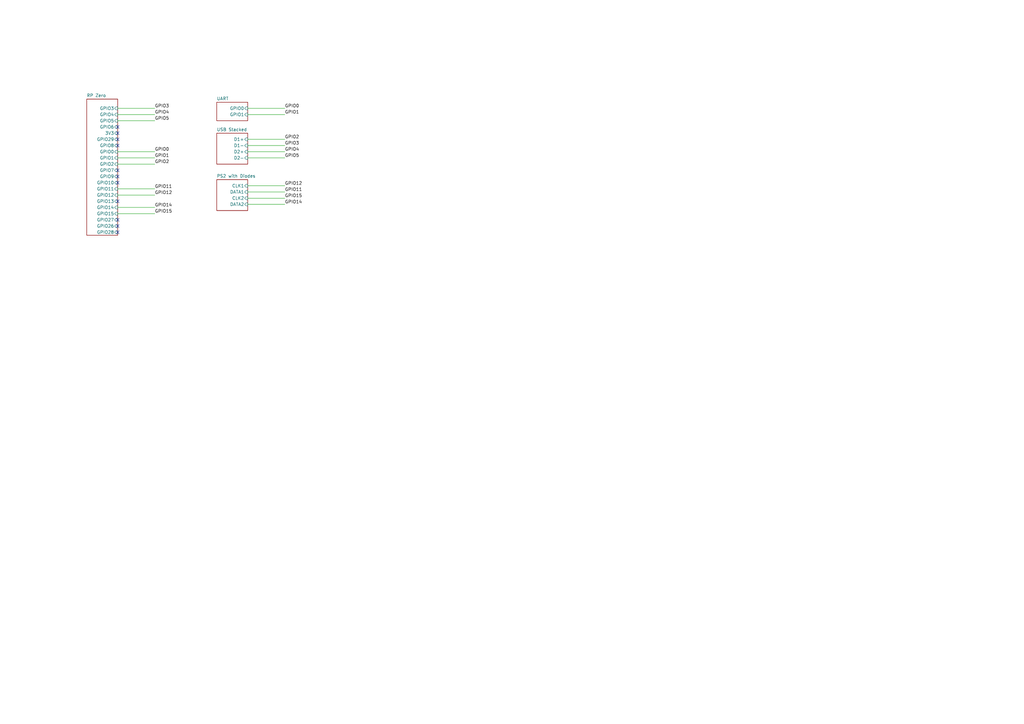
<source format=kicad_sch>
(kicad_sch
	(version 20250114)
	(generator "eeschema")
	(generator_version "9.0")
	(uuid "8c0b3d8b-46d3-4173-ab1e-a61765f77d61")
	(paper "A3")
	(title_block
		(title "USB to PS/2 Adapter")
		(date "2025-02-19")
		(rev "1.1")
		(company "Mikhail Matveev")
		(comment 1 "https://github.com/xtremespb/frank")
	)
	(lib_symbols)
	(no_connect
		(at 48.26 82.55)
		(uuid "0651269f-62f8-44bb-b530-2c3a8f9e4d9b")
	)
	(no_connect
		(at 48.26 59.69)
		(uuid "7d27bd52-8e42-4785-b24c-8b1c830fae77")
	)
	(no_connect
		(at 48.26 95.25)
		(uuid "86a9acc2-06aa-4b65-be00-04bdbda8d12a")
	)
	(no_connect
		(at 48.26 54.61)
		(uuid "94c8f5e1-efad-4164-8648-c40db6bb2278")
	)
	(no_connect
		(at 48.26 57.15)
		(uuid "a722b321-343d-461c-98d4-03892712adca")
	)
	(no_connect
		(at 48.26 92.71)
		(uuid "aea86136-9ec3-4daa-9422-5e2e027d3186")
	)
	(no_connect
		(at 48.26 72.39)
		(uuid "b0314a9b-2c2e-4647-9620-cce2813a032a")
	)
	(no_connect
		(at 48.26 90.17)
		(uuid "b4a672d8-02cd-4bc8-9d45-3d4c88ed9c42")
	)
	(no_connect
		(at 48.26 69.85)
		(uuid "cde617f4-4950-4222-b807-69e9b8c5211f")
	)
	(no_connect
		(at 48.26 52.07)
		(uuid "d221730d-05ab-4462-b779-3958afcab214")
	)
	(no_connect
		(at 48.26 74.93)
		(uuid "f578b634-7a84-4ffd-9892-a3cbe8f79dac")
	)
	(wire
		(pts
			(xy 101.6 78.74) (xy 116.84 78.74)
		)
		(stroke
			(width 0)
			(type default)
		)
		(uuid "0a5292b5-756a-4882-a140-330e45d80d86")
	)
	(wire
		(pts
			(xy 101.6 59.69) (xy 116.84 59.69)
		)
		(stroke
			(width 0)
			(type default)
		)
		(uuid "18d66dd7-1a75-44bf-a0d4-a6c69f52e986")
	)
	(wire
		(pts
			(xy 101.6 62.23) (xy 116.84 62.23)
		)
		(stroke
			(width 0)
			(type default)
		)
		(uuid "1ac4c54e-2956-414e-bc6d-2eb5f2e584d4")
	)
	(wire
		(pts
			(xy 101.6 81.28) (xy 116.84 81.28)
		)
		(stroke
			(width 0)
			(type default)
		)
		(uuid "39adc673-d38d-414f-ac28-f0baedfc329f")
	)
	(wire
		(pts
			(xy 48.26 44.45) (xy 63.5 44.45)
		)
		(stroke
			(width 0)
			(type default)
		)
		(uuid "3f16bcdc-8886-45fd-8f49-c7c6f7d979d4")
	)
	(wire
		(pts
			(xy 48.26 87.63) (xy 63.5 87.63)
		)
		(stroke
			(width 0)
			(type default)
		)
		(uuid "6e5b9285-f0f8-4637-9d3e-604bd583bf15")
	)
	(wire
		(pts
			(xy 48.26 80.01) (xy 63.5 80.01)
		)
		(stroke
			(width 0)
			(type default)
		)
		(uuid "7671cec5-5716-4b23-b0f0-d1104249e3d1")
	)
	(wire
		(pts
			(xy 48.26 67.31) (xy 63.5 67.31)
		)
		(stroke
			(width 0)
			(type default)
		)
		(uuid "82ff0fd1-e48e-4bd3-bda3-499fdc2b864f")
	)
	(wire
		(pts
			(xy 101.6 76.2) (xy 116.84 76.2)
		)
		(stroke
			(width 0)
			(type default)
		)
		(uuid "86e243de-cb58-40fa-888c-e9caff3777a2")
	)
	(wire
		(pts
			(xy 101.6 83.82) (xy 116.84 83.82)
		)
		(stroke
			(width 0)
			(type default)
		)
		(uuid "a563c378-cade-4b2a-9f89-f0ca6a6bf188")
	)
	(wire
		(pts
			(xy 48.26 49.53) (xy 63.5 49.53)
		)
		(stroke
			(width 0)
			(type default)
		)
		(uuid "a9f7113f-14b8-491c-acec-761bc1b774ed")
	)
	(wire
		(pts
			(xy 48.26 64.77) (xy 63.5 64.77)
		)
		(stroke
			(width 0)
			(type default)
		)
		(uuid "aaa8f782-8bdb-4124-85a8-e773b69f659b")
	)
	(wire
		(pts
			(xy 101.6 46.99) (xy 116.84 46.99)
		)
		(stroke
			(width 0)
			(type default)
		)
		(uuid "b5631ada-0751-4509-8666-565f5235c4ae")
	)
	(wire
		(pts
			(xy 48.26 85.09) (xy 63.5 85.09)
		)
		(stroke
			(width 0)
			(type default)
		)
		(uuid "d281c4d2-b193-461e-b655-53ed80ca45b1")
	)
	(wire
		(pts
			(xy 48.26 62.23) (xy 63.5 62.23)
		)
		(stroke
			(width 0)
			(type default)
		)
		(uuid "e502fb78-8aa2-4d08-9b9f-bde9b7fe1b8c")
	)
	(wire
		(pts
			(xy 48.26 77.47) (xy 63.5 77.47)
		)
		(stroke
			(width 0)
			(type default)
		)
		(uuid "f7728d1e-77fe-4eb2-aa8e-ebce13a08d80")
	)
	(wire
		(pts
			(xy 101.6 57.15) (xy 116.84 57.15)
		)
		(stroke
			(width 0)
			(type default)
		)
		(uuid "f9bbf04d-bd35-4313-92b7-5790aea4429a")
	)
	(wire
		(pts
			(xy 101.6 44.45) (xy 116.84 44.45)
		)
		(stroke
			(width 0)
			(type default)
		)
		(uuid "f9c37ca9-de52-481f-8dc2-90ad1c1ec9ea")
	)
	(wire
		(pts
			(xy 101.6 64.77) (xy 116.84 64.77)
		)
		(stroke
			(width 0)
			(type default)
		)
		(uuid "fdd0b5db-11f0-4ea2-9791-311c75956281")
	)
	(wire
		(pts
			(xy 48.26 46.99) (xy 63.5 46.99)
		)
		(stroke
			(width 0)
			(type default)
		)
		(uuid "ff9a4d11-57d5-4aee-9b96-58c9932616c1")
	)
	(label "GPIO15"
		(at 116.84 81.28 0)
		(effects
			(font
				(size 1.27 1.27)
			)
			(justify left bottom)
		)
		(uuid "090d94db-55b2-4b25-ad00-dfdc4fc5e1c8")
	)
	(label "GPIO3"
		(at 116.84 59.69 0)
		(effects
			(font
				(size 1.27 1.27)
			)
			(justify left bottom)
		)
		(uuid "12c5ec2f-b257-433d-83eb-7cd21842b63b")
	)
	(label "GPIO1"
		(at 63.5 64.77 0)
		(effects
			(font
				(size 1.27 1.27)
			)
			(justify left bottom)
		)
		(uuid "2a65f2c2-8546-4d6f-867e-56b317f9b63e")
	)
	(label "GPIO12"
		(at 116.84 76.2 0)
		(effects
			(font
				(size 1.27 1.27)
			)
			(justify left bottom)
		)
		(uuid "2c5799d3-b9d0-4f56-941c-6f5daf48d4d4")
	)
	(label "GPIO11"
		(at 63.5 77.47 0)
		(effects
			(font
				(size 1.27 1.27)
			)
			(justify left bottom)
		)
		(uuid "309090ed-c02a-4de8-9a31-7906ebe8163d")
	)
	(label "GPIO2"
		(at 63.5 67.31 0)
		(effects
			(font
				(size 1.27 1.27)
			)
			(justify left bottom)
		)
		(uuid "3c25d49b-6f05-4712-a8fe-f9f91c6edfcc")
	)
	(label "GPIO14"
		(at 63.5 85.09 0)
		(effects
			(font
				(size 1.27 1.27)
			)
			(justify left bottom)
		)
		(uuid "58bff5d9-c901-4eb3-b2bb-2fa07241a187")
	)
	(label "GPIO14"
		(at 116.84 83.82 0)
		(effects
			(font
				(size 1.27 1.27)
			)
			(justify left bottom)
		)
		(uuid "67508793-4ff2-4fcc-9dad-731a7eed21e5")
	)
	(label "GPIO3"
		(at 63.5 44.45 0)
		(effects
			(font
				(size 1.27 1.27)
			)
			(justify left bottom)
		)
		(uuid "700f6cf1-434f-474f-9920-ea506a4080e4")
	)
	(label "GPIO0"
		(at 63.5 62.23 0)
		(effects
			(font
				(size 1.27 1.27)
			)
			(justify left bottom)
		)
		(uuid "93817c1a-6086-4ecc-87ca-585ad8c04da8")
	)
	(label "GPIO4"
		(at 116.84 62.23 0)
		(effects
			(font
				(size 1.27 1.27)
			)
			(justify left bottom)
		)
		(uuid "a704c8da-add1-4fa9-81eb-df90613cac89")
	)
	(label "GPIO15"
		(at 63.5 87.63 0)
		(effects
			(font
				(size 1.27 1.27)
			)
			(justify left bottom)
		)
		(uuid "b2705885-78e8-4cda-b726-8186560b510f")
	)
	(label "GPIO1"
		(at 116.84 46.99 0)
		(effects
			(font
				(size 1.27 1.27)
			)
			(justify left bottom)
		)
		(uuid "b3426204-7432-40e3-a533-7fae157356ac")
	)
	(label "GPIO5"
		(at 63.5 49.53 0)
		(effects
			(font
				(size 1.27 1.27)
			)
			(justify left bottom)
		)
		(uuid "cbbf8fdb-1ef9-4d9c-951e-d6dac32b7803")
	)
	(label "GPIO4"
		(at 63.5 46.99 0)
		(effects
			(font
				(size 1.27 1.27)
			)
			(justify left bottom)
		)
		(uuid "ce7e70a3-1b27-45c7-ae01-36d996deb8bd")
	)
	(label "GPIO11"
		(at 116.84 78.74 0)
		(effects
			(font
				(size 1.27 1.27)
			)
			(justify left bottom)
		)
		(uuid "cf164bca-e5c7-495a-ae8e-076c3401b537")
	)
	(label "GPIO12"
		(at 63.5 80.01 0)
		(effects
			(font
				(size 1.27 1.27)
			)
			(justify left bottom)
		)
		(uuid "e3947f9f-4a38-45c3-b0ea-79decb178dec")
	)
	(label "GPIO0"
		(at 116.84 44.45 0)
		(effects
			(font
				(size 1.27 1.27)
			)
			(justify left bottom)
		)
		(uuid "effe28ef-b293-4a36-972f-1876fa648970")
	)
	(label "GPIO2"
		(at 116.84 57.15 0)
		(effects
			(font
				(size 1.27 1.27)
			)
			(justify left bottom)
		)
		(uuid "f31e763e-dd3f-4937-abfc-e7e23ae9c45a")
	)
	(label "GPIO5"
		(at 116.84 64.77 0)
		(effects
			(font
				(size 1.27 1.27)
			)
			(justify left bottom)
		)
		(uuid "fce994b7-9aec-4bb0-9faf-cc0f1e0bafad")
	)
	(sheet
		(at 88.9 54.61)
		(size 12.7 12.7)
		(exclude_from_sim no)
		(in_bom yes)
		(on_board yes)
		(dnp no)
		(fields_autoplaced yes)
		(stroke
			(width 0.1524)
			(type solid)
		)
		(fill
			(color 0 0 0 0.0000)
		)
		(uuid "0026ee43-61f7-4da2-b06e-4811e7b74caa")
		(property "Sheetname" "USB Stacked"
			(at 88.9 53.8984 0)
			(effects
				(font
					(size 1.27 1.27)
				)
				(justify left bottom)
			)
		)
		(property "Sheetfile" "usbstack.kicad_sch"
			(at 88.9 67.8946 0)
			(effects
				(font
					(size 1.27 1.27)
				)
				(justify left top)
				(hide yes)
			)
		)
		(pin "D1+" input
			(at 101.6 57.15 0)
			(uuid "7517956c-eb55-4059-95bd-42f5c2f19bb7")
			(effects
				(font
					(size 1.27 1.27)
				)
				(justify right)
			)
		)
		(pin "D1-" input
			(at 101.6 59.69 0)
			(uuid "1bf9ff34-1ded-4afb-b698-5f9cc9599972")
			(effects
				(font
					(size 1.27 1.27)
				)
				(justify right)
			)
		)
		(pin "D2+" input
			(at 101.6 62.23 0)
			(uuid "4a8a2fc7-9d53-44da-8156-94c66028286e")
			(effects
				(font
					(size 1.27 1.27)
				)
				(justify right)
			)
		)
		(pin "D2-" input
			(at 101.6 64.77 0)
			(uuid "17e464c8-1db1-4417-b9f9-a7f134cfd2bc")
			(effects
				(font
					(size 1.27 1.27)
				)
				(justify right)
			)
		)
		(instances
			(project "usb2ps2"
				(path "/8c0b3d8b-46d3-4173-ab1e-a61765f77d61"
					(page "5")
				)
			)
		)
	)
	(sheet
		(at 88.9 73.66)
		(size 12.7 12.7)
		(exclude_from_sim no)
		(in_bom yes)
		(on_board yes)
		(dnp no)
		(fields_autoplaced yes)
		(stroke
			(width 0.1524)
			(type solid)
		)
		(fill
			(color 0 0 0 0.0000)
		)
		(uuid "6c767f01-0461-4c4b-955a-2f0ac89894b4")
		(property "Sheetname" "PS2 with Diodes"
			(at 88.9 72.9484 0)
			(effects
				(font
					(size 1.27 1.27)
				)
				(justify left bottom)
			)
		)
		(property "Sheetfile" "ps2d.kicad_sch"
			(at 88.9 86.9446 0)
			(effects
				(font
					(size 1.27 1.27)
				)
				(justify left top)
				(hide yes)
			)
		)
		(pin "CLK1" input
			(at 101.6 76.2 0)
			(uuid "2ce1d110-7bd3-4b36-a644-39b43702543f")
			(effects
				(font
					(size 1.27 1.27)
				)
				(justify right)
			)
		)
		(pin "DATA1" input
			(at 101.6 78.74 0)
			(uuid "79cc4bcb-0e22-4b73-aeb4-535e58ff2714")
			(effects
				(font
					(size 1.27 1.27)
				)
				(justify right)
			)
		)
		(pin "DATA2" input
			(at 101.6 83.82 0)
			(uuid "bd44023b-792d-4324-87c1-09b4ac87556e")
			(effects
				(font
					(size 1.27 1.27)
				)
				(justify right)
			)
		)
		(pin "CLK2" input
			(at 101.6 81.28 0)
			(uuid "0d209e38-11a6-49bd-97b4-305a6a452c6f")
			(effects
				(font
					(size 1.27 1.27)
				)
				(justify right)
			)
		)
		(instances
			(project "usb2ps2"
				(path "/8c0b3d8b-46d3-4173-ab1e-a61765f77d61"
					(page "6")
				)
			)
		)
	)
	(sheet
		(at 88.9 41.91)
		(size 12.7 7.62)
		(exclude_from_sim no)
		(in_bom yes)
		(on_board yes)
		(dnp no)
		(fields_autoplaced yes)
		(stroke
			(width 0.1524)
			(type solid)
		)
		(fill
			(color 0 0 0 0.0000)
		)
		(uuid "806fcbb1-aec7-4a20-b8ef-b5e6440967de")
		(property "Sheetname" "UART"
			(at 88.9 41.1984 0)
			(effects
				(font
					(size 1.27 1.27)
				)
				(justify left bottom)
			)
		)
		(property "Sheetfile" "uart.kicad_sch"
			(at 88.9 50.1146 0)
			(effects
				(font
					(size 1.27 1.27)
				)
				(justify left top)
				(hide yes)
			)
		)
		(pin "GPIO0" input
			(at 101.6 44.45 0)
			(uuid "0fb5389f-4efc-4371-ae84-f67bf2914a82")
			(effects
				(font
					(size 1.27 1.27)
				)
				(justify right)
			)
		)
		(pin "GPIO1" input
			(at 101.6 46.99 0)
			(uuid "c8525515-29eb-4256-9ed8-32eb6e0af94c")
			(effects
				(font
					(size 1.27 1.27)
				)
				(justify right)
			)
		)
		(instances
			(project "usb2ps2"
				(path "/8c0b3d8b-46d3-4173-ab1e-a61765f77d61"
					(page "4")
				)
			)
		)
	)
	(sheet
		(at 35.56 40.64)
		(size 12.7 55.88)
		(exclude_from_sim no)
		(in_bom yes)
		(on_board yes)
		(dnp no)
		(fields_autoplaced yes)
		(stroke
			(width 0.1524)
			(type solid)
		)
		(fill
			(color 0 0 0 0.0000)
		)
		(uuid "ab78e235-d0ad-4a27-8a68-3b1114ce7e0a")
		(property "Sheetname" "RP Zero"
			(at 35.56 39.9284 0)
			(effects
				(font
					(size 1.27 1.27)
				)
				(justify left bottom)
			)
		)
		(property "Sheetfile" "zero.kicad_sch"
			(at 35.56 97.1046 0)
			(effects
				(font
					(size 1.27 1.27)
				)
				(justify left top)
				(hide yes)
			)
		)
		(pin "GPIO3" input
			(at 48.26 44.45 0)
			(uuid "9687dc94-71b6-4a78-bda0-00c23efd9f9b")
			(effects
				(font
					(size 1.27 1.27)
				)
				(justify right)
			)
		)
		(pin "GPIO4" input
			(at 48.26 46.99 0)
			(uuid "e6e5e671-60af-470f-80df-7b7e22ae0002")
			(effects
				(font
					(size 1.27 1.27)
				)
				(justify right)
			)
		)
		(pin "GPIO5" input
			(at 48.26 49.53 0)
			(uuid "8567e88b-f081-47bf-a389-1c97dcebad20")
			(effects
				(font
					(size 1.27 1.27)
				)
				(justify right)
			)
		)
		(pin "GPIO6" input
			(at 48.26 52.07 0)
			(uuid "4593b198-32c0-425d-8a77-6c75bd5a5c4b")
			(effects
				(font
					(size 1.27 1.27)
				)
				(justify right)
			)
		)
		(pin "3V3" input
			(at 48.26 54.61 0)
			(uuid "3f34ff0c-0137-4b91-a009-84813aab8621")
			(effects
				(font
					(size 1.27 1.27)
				)
				(justify right)
			)
		)
		(pin "GPIO29" input
			(at 48.26 57.15 0)
			(uuid "a13c2cf6-6391-4561-94af-7e62fb47750c")
			(effects
				(font
					(size 1.27 1.27)
				)
				(justify right)
			)
		)
		(pin "GPIO8" input
			(at 48.26 59.69 0)
			(uuid "95e4362a-7e50-4b2a-b35e-91c46caf7a3e")
			(effects
				(font
					(size 1.27 1.27)
				)
				(justify right)
			)
		)
		(pin "GPIO0" input
			(at 48.26 62.23 0)
			(uuid "429822eb-6411-4ed9-bb1a-1684ec12a92d")
			(effects
				(font
					(size 1.27 1.27)
				)
				(justify right)
			)
		)
		(pin "GPIO1" input
			(at 48.26 64.77 0)
			(uuid "351dac66-e55b-4793-b913-1e8743e841cd")
			(effects
				(font
					(size 1.27 1.27)
				)
				(justify right)
			)
		)
		(pin "GPIO2" input
			(at 48.26 67.31 0)
			(uuid "d48290e2-557c-480b-acfe-83d98dd43807")
			(effects
				(font
					(size 1.27 1.27)
				)
				(justify right)
			)
		)
		(pin "GPIO7" input
			(at 48.26 69.85 0)
			(uuid "a9d44db8-2a4f-4b06-a9ac-b74c0eb90c0f")
			(effects
				(font
					(size 1.27 1.27)
				)
				(justify right)
			)
		)
		(pin "GPIO9" input
			(at 48.26 72.39 0)
			(uuid "31a42578-cbcf-44b0-a024-b382fbc6c511")
			(effects
				(font
					(size 1.27 1.27)
				)
				(justify right)
			)
		)
		(pin "GPIO10" input
			(at 48.26 74.93 0)
			(uuid "ee30490d-031d-459a-bb59-a9560ad18e16")
			(effects
				(font
					(size 1.27 1.27)
				)
				(justify right)
			)
		)
		(pin "GPIO11" input
			(at 48.26 77.47 0)
			(uuid "8169b0cf-d343-472e-976a-b76fcf0bd39d")
			(effects
				(font
					(size 1.27 1.27)
				)
				(justify right)
			)
		)
		(pin "GPIO12" input
			(at 48.26 80.01 0)
			(uuid "35e2cdb7-88de-4298-80bb-015bc0404762")
			(effects
				(font
					(size 1.27 1.27)
				)
				(justify right)
			)
		)
		(pin "GPIO13" input
			(at 48.26 82.55 0)
			(uuid "e24e7000-52b4-4a28-9e85-13bfc29e728e")
			(effects
				(font
					(size 1.27 1.27)
				)
				(justify right)
			)
		)
		(pin "GPIO14" input
			(at 48.26 85.09 0)
			(uuid "4bc93443-bd59-4ae4-a616-4ca6c3efaf42")
			(effects
				(font
					(size 1.27 1.27)
				)
				(justify right)
			)
		)
		(pin "GPIO15" input
			(at 48.26 87.63 0)
			(uuid "306c2a55-c1e7-498e-9d34-4bce4726737e")
			(effects
				(font
					(size 1.27 1.27)
				)
				(justify right)
			)
		)
		(pin "GPIO26" input
			(at 48.26 92.71 0)
			(uuid "5338d435-e761-4db9-af15-6f5c690146b9")
			(effects
				(font
					(size 1.27 1.27)
				)
				(justify right)
			)
		)
		(pin "GPIO27" input
			(at 48.26 90.17 0)
			(uuid "b863e684-28bd-4bdb-b59e-42e9599dde54")
			(effects
				(font
					(size 1.27 1.27)
				)
				(justify right)
			)
		)
		(pin "GPIO28" input
			(at 48.26 95.25 0)
			(uuid "820c37cf-a1a7-4751-a6f7-31d434fcdb74")
			(effects
				(font
					(size 1.27 1.27)
				)
				(justify right)
			)
		)
		(instances
			(project "usb2ps2"
				(path "/8c0b3d8b-46d3-4173-ab1e-a61765f77d61"
					(page "7")
				)
			)
		)
	)
	(sheet_instances
		(path "/"
			(page "1")
		)
	)
	(embedded_fonts no)
)

</source>
